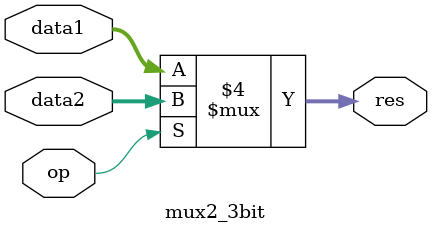
<source format=v>
module mux2_3bit(
  input [2:0] data1,
  input [2:0] data2,
  input op,
  output reg [2:0] res);

  always @* begin
    if(op == 1'b0) begin
      res <= data1;
    end 
    else begin
      res <= data2;
    end
  end
endmodule
</source>
